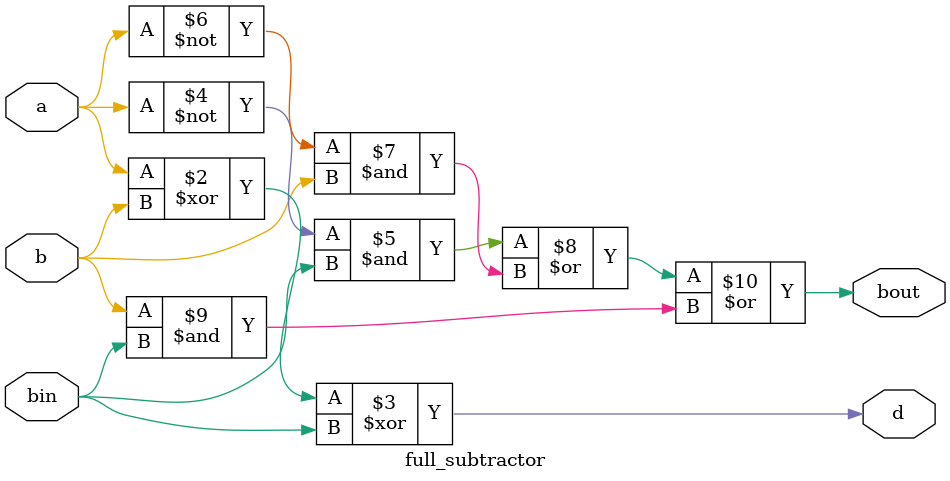
<source format=v>
`timescale 1ns / 1ps


module full_subtractor(a,b,bin,d,bout

    );
input a,b,bin;
output reg d,bout;
always @(*)
begin
d=a^b^bin;
bout=(~a&bin|~a&b|b&bin);
end  
endmodule

</source>
